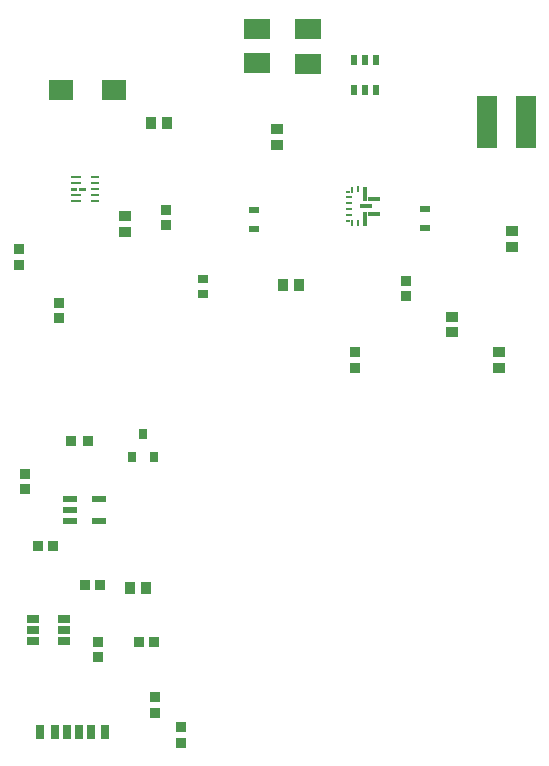
<source format=gbr>
G04*
G04 #@! TF.GenerationSoftware,Altium Limited,Altium Designer,25.2.1 (25)*
G04*
G04 Layer_Color=8421504*
%FSLAX25Y25*%
%MOIN*%
G70*
G04*
G04 #@! TF.SameCoordinates,CDFB58AD-87DA-4B59-9970-4E5CFD4F10CE*
G04*
G04*
G04 #@! TF.FilePolarity,Positive*
G04*
G01*
G75*
%ADD15R,0.02756X0.04724*%
%ADD16R,0.02992X0.04724*%
%ADD17R,0.03150X0.04724*%
%ADD18R,0.03740X0.03347*%
%ADD19R,0.07874X0.07087*%
G04:AMPARAMS|DCode=20|XSize=21.65mil|YSize=31.5mil|CornerRadius=1.95mil|HoleSize=0mil|Usage=FLASHONLY|Rotation=180.000|XOffset=0mil|YOffset=0mil|HoleType=Round|Shape=RoundedRectangle|*
%AMROUNDEDRECTD20*
21,1,0.02165,0.02760,0,0,180.0*
21,1,0.01776,0.03150,0,0,180.0*
1,1,0.00390,-0.00888,0.01380*
1,1,0.00390,0.00888,0.01380*
1,1,0.00390,0.00888,-0.01380*
1,1,0.00390,-0.00888,-0.01380*
%
%ADD20ROUNDEDRECTD20*%
%ADD21R,0.04724X0.02362*%
%ADD22R,0.06890X0.17717*%
%ADD23R,0.03347X0.03740*%
%ADD24R,0.03681X0.03788*%
%ADD25R,0.03394X0.02894*%
%ADD26R,0.03701X0.02126*%
%ADD27R,0.03937X0.03543*%
%ADD28R,0.03543X0.03937*%
%ADD29R,0.00984X0.02264*%
%ADD30R,0.00984X0.02165*%
%ADD31R,0.01575X0.04921*%
%ADD32R,0.03937X0.01575*%
%ADD33R,0.02165X0.00984*%
%ADD34R,0.01772X0.00886*%
%ADD35R,0.04134X0.01575*%
%ADD36R,0.08780X0.07087*%
G04:AMPARAMS|DCode=37|XSize=35.43mil|YSize=9.84mil|CornerRadius=1.97mil|HoleSize=0mil|Usage=FLASHONLY|Rotation=180.000|XOffset=0mil|YOffset=0mil|HoleType=Round|Shape=RoundedRectangle|*
%AMROUNDEDRECTD37*
21,1,0.03543,0.00591,0,0,180.0*
21,1,0.03150,0.00984,0,0,180.0*
1,1,0.00394,-0.01575,0.00295*
1,1,0.00394,0.01575,0.00295*
1,1,0.00394,0.01575,-0.00295*
1,1,0.00394,-0.01575,-0.00295*
%
%ADD37ROUNDEDRECTD37*%
G04:AMPARAMS|DCode=38|XSize=23.62mil|YSize=9.84mil|CornerRadius=1.97mil|HoleSize=0mil|Usage=FLASHONLY|Rotation=180.000|XOffset=0mil|YOffset=0mil|HoleType=Round|Shape=RoundedRectangle|*
%AMROUNDEDRECTD38*
21,1,0.02362,0.00591,0,0,180.0*
21,1,0.01968,0.00984,0,0,180.0*
1,1,0.00394,-0.00984,0.00295*
1,1,0.00394,0.00984,0.00295*
1,1,0.00394,0.00984,-0.00295*
1,1,0.00394,-0.00984,-0.00295*
%
%ADD38ROUNDEDRECTD38*%
G04:AMPARAMS|DCode=39|XSize=43.31mil|YSize=23.62mil|CornerRadius=2.01mil|HoleSize=0mil|Usage=FLASHONLY|Rotation=0.000|XOffset=0mil|YOffset=0mil|HoleType=Round|Shape=RoundedRectangle|*
%AMROUNDEDRECTD39*
21,1,0.04331,0.01961,0,0,0.0*
21,1,0.03929,0.02362,0,0,0.0*
1,1,0.00402,0.01965,-0.00980*
1,1,0.00402,-0.01965,-0.00980*
1,1,0.00402,-0.01965,0.00980*
1,1,0.00402,0.01965,0.00980*
%
%ADD39ROUNDEDRECTD39*%
%ADD40R,0.03150X0.03543*%
G36*
X509776Y309736D02*
Y309775D01*
X509806Y309848D01*
X509861Y309903D01*
X509933Y309933D01*
X509972D01*
D01*
X511744D01*
X511783D01*
X511856Y309903D01*
X511911Y309848D01*
X511941Y309775D01*
Y309736D01*
D01*
Y309146D01*
Y309106D01*
X511911Y309034D01*
X511856Y308979D01*
X511783Y308949D01*
X511744D01*
D01*
X509972D01*
X509933D01*
X509861Y308979D01*
X509806Y309034D01*
X509776Y309106D01*
Y309146D01*
D01*
Y309736D01*
D02*
G37*
G36*
X514697Y309933D02*
X514736D01*
X514808Y309903D01*
X514864Y309848D01*
X514894Y309775D01*
Y309736D01*
D01*
Y309146D01*
Y309106D01*
X514864Y309034D01*
X514808Y308979D01*
X514736Y308949D01*
X514697D01*
D01*
X512925D01*
X512886D01*
X512814Y308979D01*
X512758Y309034D01*
X512728Y309106D01*
Y309146D01*
D01*
Y309736D01*
Y309775D01*
X512758Y309848D01*
X512814Y309903D01*
X512886Y309933D01*
X512925D01*
D01*
X514697D01*
D02*
G37*
D15*
X512484Y128500D02*
D03*
X508547D02*
D03*
D16*
X516500D02*
D03*
X504531D02*
D03*
D17*
X521343D02*
D03*
X499689D02*
D03*
D18*
X546500Y124941D02*
D03*
Y130059D02*
D03*
X538000Y134941D02*
D03*
Y140059D02*
D03*
X494500Y214559D02*
D03*
Y209441D02*
D03*
X621500Y273882D02*
D03*
Y279000D02*
D03*
X604500Y250000D02*
D03*
Y255118D02*
D03*
X506000Y266441D02*
D03*
Y271559D02*
D03*
X541500Y302500D02*
D03*
Y297382D02*
D03*
X492500Y284323D02*
D03*
Y289441D02*
D03*
X519000Y153500D02*
D03*
Y158618D02*
D03*
D19*
X524358Y342441D02*
D03*
X506642D02*
D03*
D20*
X604260Y342480D02*
D03*
X608000D02*
D03*
X611740D02*
D03*
Y352520D02*
D03*
X608000D02*
D03*
X604260D02*
D03*
D21*
X509579Y206240D02*
D03*
Y202500D02*
D03*
Y198760D02*
D03*
X519421D02*
D03*
Y206240D02*
D03*
D22*
X648705Y332000D02*
D03*
X661500D02*
D03*
D23*
X504000Y190500D02*
D03*
X498882D02*
D03*
X519559Y177500D02*
D03*
X514441D02*
D03*
X532441Y158500D02*
D03*
X537559D02*
D03*
D24*
X509867Y225500D02*
D03*
X515500D02*
D03*
D25*
X554000Y279423D02*
D03*
Y274577D02*
D03*
D26*
X628000Y296500D02*
D03*
Y302799D02*
D03*
X571000Y296201D02*
D03*
Y302500D02*
D03*
D27*
X652500Y250000D02*
D03*
Y255315D02*
D03*
X578500Y324342D02*
D03*
Y329658D02*
D03*
X657000Y290185D02*
D03*
Y295500D02*
D03*
X637000Y261685D02*
D03*
Y267000D02*
D03*
X528000Y300441D02*
D03*
Y295126D02*
D03*
D28*
X580685Y277500D02*
D03*
X586000D02*
D03*
X536685Y331441D02*
D03*
X542000D02*
D03*
X535000Y176500D02*
D03*
X529685D02*
D03*
D29*
X603768Y298205D02*
D03*
Y309331D02*
D03*
D30*
X605736Y298158D02*
D03*
Y309378D02*
D03*
D31*
X608000Y299535D02*
D03*
Y308000D02*
D03*
D32*
X608197Y303768D02*
D03*
D33*
X602587Y306720D02*
D03*
Y304752D02*
D03*
Y302783D02*
D03*
Y300815D02*
D03*
D34*
X602390Y298898D02*
D03*
Y308638D02*
D03*
D35*
X610854Y301209D02*
D03*
Y306327D02*
D03*
D36*
X572000Y351504D02*
D03*
Y363000D02*
D03*
X589000Y351252D02*
D03*
Y362748D02*
D03*
D37*
X511547Y305504D02*
D03*
Y307472D02*
D03*
Y311409D02*
D03*
Y313378D02*
D03*
D38*
X518043D02*
D03*
Y311409D02*
D03*
Y309441D02*
D03*
Y307472D02*
D03*
Y305504D02*
D03*
D39*
X507618Y166240D02*
D03*
Y162500D02*
D03*
Y158760D02*
D03*
X497382D02*
D03*
Y162500D02*
D03*
Y166240D02*
D03*
D40*
X530260Y220126D02*
D03*
X537740D02*
D03*
X534000Y228000D02*
D03*
M02*

</source>
